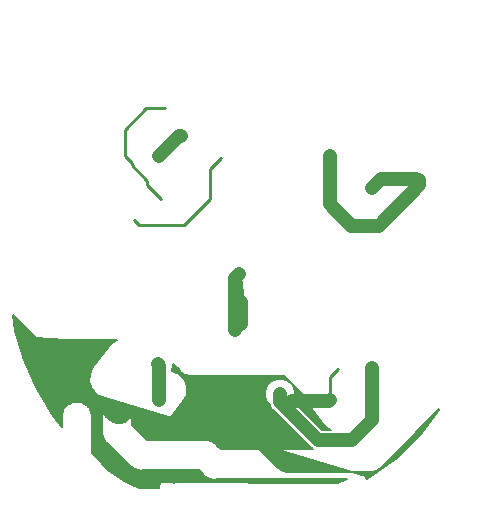
<source format=gbr>
From 718e6158a58ea41c4ef0ceec2871afac6fb21490 Mon Sep 17 00:00:00 2001
From: jaseg <git@jaseg.net>
Date: Sat, 2 Feb 2019 13:25:40 +0900
Subject: center: fix tape footprint polarity, vcc short, silk

---
 center/gerber/center-B.Cu.gbr | 2197 +++++++++++++++++++++--------------------
 1 file changed, 1118 insertions(+), 1079 deletions(-)

(limited to 'center/gerber/center-B.Cu.gbr')

diff --git a/center/gerber/center-B.Cu.gbr b/center/gerber/center-B.Cu.gbr
index ea18447..acb4690 100644
--- a/center/gerber/center-B.Cu.gbr
+++ b/center/gerber/center-B.Cu.gbr
@@ -1,12 +1,12 @@
 G04 #@! TF.GenerationSoftware,KiCad,Pcbnew,(5.0.1)*
-G04 #@! TF.CreationDate,2018-11-27T10:01:39+09:00*
+G04 #@! TF.CreationDate,2019-02-02T12:52:51+09:00*
 G04 #@! TF.ProjectId,center,63656E7465722E6B696361645F706362,rev?*
 G04 #@! TF.SameCoordinates,Original*
 G04 #@! TF.FileFunction,Copper,L2,Bot,Signal*
 G04 #@! TF.FilePolarity,Positive*
 %FSLAX46Y46*%
 G04 Gerber Fmt 4.6, Leading zero omitted, Abs format (unit mm)*
-G04 Created by KiCad (PCBNEW (5.0.1)) date Tue Nov 27 10:01:39 2018*
+G04 Created by KiCad (PCBNEW (5.0.1)) date Sat Feb  2 12:52:51 2019*
 %MOMM*%
 %LPD*%
 G01*
@@ -48,86 +48,89 @@ G04 #@! TA.AperFunction,Conductor*
 %ADD21C,1.200000*%
 G04 #@! TD*
 G04 #@! TA.AperFunction,Conductor*
-%ADD22C,0.150000*%
+%ADD22C,0.250000*%
+G04 #@! TD*
+G04 #@! TA.AperFunction,Conductor*
+%ADD23C,0.150000*%
 G04 #@! TD*
 G04 APERTURE END LIST*
 D10*
 G04 #@! TO.P,J1,2*
-G04 #@! TO.N,/Q2*
+G04 #@! TO.N,Net-(D1-Pad2)*
 X110796930Y-92354084D03*
 D11*
 G04 #@! TD*
-G04 #@! TO.N,/Q2*
+G04 #@! TO.N,Net-(D1-Pad2)*
 G04 #@! TO.C,J1*
 X111458927Y-91475585D02*
 X110134933Y-93232583D01*
 D10*
 G04 #@! TO.P,J1,1*
-G04 #@! TO.N,Net-(D1-Pad2)*
+G04 #@! TO.N,/Q2*
 X107203070Y-89645916D03*
 D11*
 G04 #@! TD*
-G04 #@! TO.N,Net-(D1-Pad2)*
+G04 #@! TO.N,/Q2*
 G04 #@! TO.C,J1*
 X107865067Y-88767417D02*
 X106541073Y-90524415D01*
 D10*
 G04 #@! TO.P,J2,1*
-G04 #@! TO.N,Net-(D2-Pad2)*
+G04 #@! TO.N,/Q0*
 X89203070Y-92354084D03*
 D11*
 G04 #@! TD*
-G04 #@! TO.N,Net-(D2-Pad2)*
+G04 #@! TO.N,/Q0*
 G04 #@! TO.C,J2*
 X88541073Y-91475585D02*
 X89865067Y-93232583D01*
 D10*
 G04 #@! TO.P,J2,2*
-G04 #@! TO.N,/Q0*
+G04 #@! TO.N,Net-(D2-Pad2)*
 X92796930Y-89645916D03*
 D11*
 G04 #@! TD*
-G04 #@! TO.N,/Q0*
+G04 #@! TO.N,Net-(D2-Pad2)*
 G04 #@! TO.C,J2*
 X92134933Y-88767417D02*
 X93458927Y-90524415D01*
 D10*
 G04 #@! TO.P,J3,2*
-G04 #@! TO.N,/Q3*
+G04 #@! TO.N,Net-(D1-Pad2)*
 X89203070Y-107645916D03*
 D11*
 G04 #@! TD*
-G04 #@! TO.N,/Q3*
+G04 #@! TO.N,Net-(D1-Pad2)*
 G04 #@! TO.C,J3*
 X88541073Y-108524415D02*
 X89865067Y-106767417D01*
 D10*
 G04 #@! TO.P,J3,1*
-G04 #@! TO.N,Net-(D1-Pad2)*
+G04 #@! TO.N,/Q3*
 X92796930Y-110354084D03*
 D11*
 G04 #@! TD*
-G04 #@! TO.N,Net-(D1-Pad2)*
+G04 #@! TO.N,/Q3*
 G04 #@! TO.C,J3*
 X92134933Y-111232583D02*
 X93458927Y-109475585D01*
 D10*
 G04 #@! TO.P,J4,2*
-G04 #@! TO.N,/Q1*
+G04 #@! TO.N,Net-(D2-Pad2)*
 X107203070Y-110354084D03*
 D11*
 G04 #@! TD*
-G04 #@! TO.N,/Q1*
+G04 #@! TO.N,Net-(D2-Pad2)*
 G04 #@! TO.C,J4*
 X107865067Y-111232583D02*
 X106541073Y-109475585D01*
 D10*
 G04 #@! TO.P,J4,1*
-G04 #@! TO.N,Net-(D2-Pad2)*
+G04 #@! TO.N,/Q1*
 X110796930Y-107645916D03*
 D11*
 G04 #@! TD*
-G04 #@! TO.N,Net-(D2-Pad2)*
+G04 #@! TO.N,/Q1*
 G04 #@! TO.C,J4*
 X111458927Y-108524415D02*
 X110134933Y-106767417D01*
@@ -209,53 +212,83 @@ X117908990Y-86370323D03*
 X112820660Y-81503225D03*
 X106477354Y-78446720D03*
 X99500000Y-77500000D03*
-G04 #@! TO.N,GND*
-X95175000Y-104575000D03*
+X85799992Y-111750008D03*
 D16*
+G04 #@! TO.N,GND*
 X98900000Y-95900000D03*
 X105250000Y-92400000D03*
-X98200000Y-82050000D03*
+X99000000Y-82700000D03*
 X84903097Y-101658975D03*
-X97350000Y-104950000D03*
-X100850000Y-100950000D03*
 X100800000Y-97950000D03*
 X106750000Y-99400000D03*
 X103800000Y-83250000D03*
 D17*
 X106250000Y-84500000D03*
-X113550000Y-105600000D03*
+X114900000Y-107700000D03*
 X97150000Y-111700000D03*
-X89525000Y-113839991D03*
-X112350000Y-101000000D03*
+X112000000Y-100300000D03*
 D18*
 X117300000Y-101050000D03*
 X117000000Y-102400000D03*
 D16*
-X94150000Y-82400000D03*
+X94800000Y-82700000D03*
+D17*
+X85775634Y-92775634D03*
+X94800000Y-112700000D03*
+X96400000Y-109500000D03*
+X96800000Y-104700000D03*
+D16*
+X108200000Y-105500000D03*
+D18*
+X93000000Y-93000000D03*
+X95900000Y-95900000D03*
+X93400000Y-96300000D03*
+X92400000Y-96300000D03*
+X101500000Y-93200000D03*
+X101600000Y-95300000D03*
+X92400000Y-98850000D03*
+X109300000Y-90500000D03*
+X109300000Y-86500000D03*
+X113600000Y-108500000D03*
+X109200000Y-109400000D03*
+X101100000Y-109800000D03*
+X106700000Y-117700000D03*
+X97900000Y-119100000D03*
+X96200000Y-118800000D03*
+X90600000Y-90600000D03*
+X91200000Y-85500000D03*
+X92200000Y-86500000D03*
+X100000000Y-81950000D03*
+X101600000Y-84700000D03*
+X98000000Y-87500000D03*
+X93500000Y-84200000D03*
+D16*
+X101354480Y-100500010D03*
 G04 #@! TO.N,+3V3*
 X99200000Y-104400000D03*
-X99500000Y-99675000D03*
+X99750000Y-102000000D03*
+D17*
 G04 #@! TO.N,Net-(D1-Pad2)*
 X111750000Y-86139998D03*
 G04 #@! TO.N,Net-(D2-Pad2)*
 X87950000Y-86191024D03*
 D18*
-X108475000Y-105450000D03*
+X107900000Y-107700000D03*
 G04 #@! TO.N,/Vmeas_A*
-X93300000Y-85600000D03*
-X92950000Y-93300000D03*
+X90683142Y-95080201D03*
+X97975075Y-89849978D03*
 G04 #@! TO.N,/Vmeas_B*
 X101500000Y-104900000D03*
-X101200000Y-103200000D03*
+X101450021Y-103200000D03*
 D17*
 G04 #@! TO.N,/Q2*
-X114500000Y-91600000D03*
+X114800000Y-91700000D03*
 G04 #@! TO.N,/Q0*
-X94600000Y-88000000D03*
+X94500000Y-87400000D03*
 G04 #@! TO.N,/Q3*
-X89350000Y-110950000D03*
+X92694365Y-107305635D03*
 G04 #@! TO.N,/Q1*
-X104024660Y-110386712D03*
+X103000000Y-109800000D03*
 D18*
 G04 #@! TO.N,/CH1*
 X101225000Y-102100000D03*
@@ -277,205 +310,184 @@ X98900000Y-96050000D02*
 X100800000Y-97950000D01*
 D21*
 G04 #@! TO.N,+3V3*
-X99200000Y-99975000D02*
-X99500000Y-99675000D01*
+X99750000Y-103850000D02*
+X99750000Y-102000000D01*
 X99200000Y-104400000D02*
-X99200000Y-99975000D01*
+X99750000Y-103850000D01*
 D19*
 G04 #@! TO.N,Net-(D1-Pad2)*
-X110708988Y-86139998D02*
-X107203070Y-89645916D01*
-X111750000Y-86139998D02*
-X110708988Y-86139998D01*
-X119000000Y-92250000D02*
+X112889998Y-86139998D02*
+X111750000Y-86139998D01*
+X114751014Y-88400000D02*
+X110796930Y-92354084D01*
+X115150000Y-88400000D02*
+X114751014Y-88400000D01*
+X115150000Y-88400000D02*
 X112889998Y-86139998D01*
+X119000000Y-92250000D02*
+X115150000Y-88400000D01*
 X119000000Y-106800000D02*
 X119000000Y-92250000D01*
-X94649919Y-110354084D02*
-X95504004Y-109499999D01*
-X92796930Y-110354084D02*
-X94649919Y-110354084D01*
-X95504004Y-109499999D02*
-X98074999Y-109499999D01*
-X110650000Y-115150000D02*
+X110024755Y-115775245D02*
 X119000000Y-106800000D01*
-X98074999Y-109499999D02*
-X103725000Y-115150000D01*
-X112889998Y-86139998D02*
-X111750000Y-86139998D01*
-X103725000Y-115150000D02*
-X110650000Y-115150000D01*
+X89203070Y-113003070D02*
+X91200000Y-115000000D01*
+X91200000Y-115000000D02*
+X96700000Y-115000000D01*
+X96700000Y-115000000D02*
+X97500000Y-115800000D01*
+X97524755Y-115775245D02*
+X110024755Y-115775245D01*
+X97500000Y-115800000D02*
+X97524755Y-115775245D01*
+X89203070Y-107645916D02*
+X89203070Y-113003070D01*
 G04 #@! TO.N,Net-(D2-Pad2)*
-X87950000Y-91101014D02*
-X89203070Y-92354084D01*
+X89351014Y-86200000D02*
+X92796930Y-89645916D01*
+X89300000Y-86200000D02*
+X89351014Y-86200000D01*
+D22*
+X107203070Y-108396930D02*
+X107203070Y-110354084D01*
+X107900000Y-107700000D02*
+X107203070Y-108396930D01*
+D19*
+X89342038Y-86191024D02*
+X87950000Y-86191024D01*
+X89451014Y-86300000D02*
+X89342038Y-86191024D01*
+X89139998Y-86300000D02*
+X89451014Y-86300000D01*
+X107203070Y-110354084D02*
+X103848986Y-107000000D01*
+X95500000Y-107000000D02*
+X92450000Y-103950000D01*
+X80649999Y-94789999D02*
+X89139998Y-86300000D01*
+X92450000Y-103950000D02*
+X83000000Y-103950000D01*
+X103848986Y-107000000D02*
+X95500000Y-107000000D01*
+X83000000Y-103950000D02*
+X80649999Y-101599999D01*
 X80649999Y-101599999D02*
 X80649999Y-94789999D01*
-X83219326Y-104169326D02*
-X80649999Y-101599999D01*
-X86539998Y-88900000D02*
-X87950000Y-88900000D01*
-X91419326Y-104169326D02*
-X83219326Y-104169326D01*
-X94050000Y-106800000D02*
-X91419326Y-104169326D01*
-X87950000Y-88900000D02*
-X87950000Y-91101014D01*
-X80649999Y-94789999D02*
-X86539998Y-88900000D01*
-X87950000Y-86191024D02*
-X87950000Y-88900000D01*
-X104550000Y-105000000D02*
-X102750000Y-106800000D01*
-X108151014Y-105000000D02*
-X104550000Y-105000000D01*
-X102750000Y-106800000D02*
-X94050000Y-106800000D01*
-X110796930Y-107645916D02*
-X109000000Y-105848986D01*
-X109000000Y-105848986D02*
-X108151014Y-105000000D01*
-D20*
-X108998987Y-105849999D02*
-X108874999Y-105849999D01*
-X108874999Y-105849999D02*
-X108475000Y-105450000D01*
-X109000000Y-105848986D02*
-X108998987Y-105849999D01*
+D22*
 G04 #@! TO.N,/Vmeas_A*
-X89850000Y-89650000D02*
-X90450000Y-90250000D01*
-X89850000Y-87450000D02*
-X89850000Y-89650000D01*
-X91750000Y-91750000D02*
-X91750000Y-92100000D01*
-X90450000Y-90450000D02*
-X91750000Y-91750000D01*
-X93300000Y-85600000D02*
-X91700000Y-85600000D01*
-X90450000Y-90250000D02*
-X90450000Y-90450000D01*
-X91700000Y-85600000D02*
-X89850000Y-87450000D01*
-X91750000Y-92100000D02*
-X92950000Y-93300000D01*
+X97100000Y-90725053D02*
+X97975075Y-89849978D01*
+X97100000Y-93265685D02*
+X97100000Y-90725053D01*
+X94885485Y-95480200D02*
+X97100000Y-93265685D01*
+X90683142Y-95080201D02*
+X91083141Y-95480200D01*
+X91083141Y-95480200D02*
+X94885485Y-95480200D01*
+D20*
 G04 #@! TO.N,/Vmeas_B*
+X101500000Y-103249979D02*
+X101450021Y-103200000D01*
 X101500000Y-104900000D02*
-X101500000Y-103500000D01*
-X101500000Y-103500000D02*
-X101200000Y-103200000D01*
+X101500000Y-103249979D01*
 D21*
 G04 #@! TO.N,/Q2*
-X111551014Y-91600000D02*
-X110796930Y-92354084D01*
-X114500000Y-91600000D02*
-X111551014Y-91600000D01*
+X107203070Y-93753070D02*
+X107203070Y-91851988D01*
+X107203070Y-91851988D02*
+X107203070Y-89645916D01*
+X109050000Y-95600000D02*
+X107203070Y-93753070D01*
+X111350000Y-95600000D02*
+X109050000Y-95600000D01*
+X114800000Y-91700000D02*
+X114800000Y-92150000D01*
+X114800000Y-92150000D02*
+X111350000Y-95600000D01*
 G04 #@! TO.N,/Q0*
-X94442846Y-88000000D02*
-X92796930Y-89645916D01*
-X94600000Y-88000000D02*
-X94442846Y-88000000D01*
-D19*
+X94299999Y-94500001D02*
+X91799999Y-94500001D01*
+X96100000Y-92700000D02*
+X94299999Y-94500001D01*
+X91799999Y-94500001D02*
+X90701375Y-93401377D01*
+X94500000Y-87400000D02*
+X96100000Y-89000000D01*
+X96100000Y-89000000D02*
+X96100000Y-92700000D01*
 G04 #@! TO.N,/Q3*
-X89203070Y-110803070D02*
-X89350000Y-110950000D01*
-X89203070Y-107645916D02*
-X89203070Y-110803070D01*
-D21*
+X92796930Y-110354084D02*
+X92796930Y-107408200D01*
+X92796930Y-107408200D02*
+X92694365Y-107305635D01*
 G04 #@! TO.N,/Q1*
-X107170442Y-110386712D02*
-X107203070Y-110354084D01*
-X104024660Y-110386712D02*
-X107170442Y-110386712D01*
+X103000000Y-110500000D02*
+X103000000Y-109800000D01*
+X106200000Y-113700000D02*
+X103000000Y-110500000D01*
+X109100000Y-113700000D02*
+X106200000Y-113700000D01*
+X110796930Y-107645916D02*
+X110796930Y-112003070D01*
+X110796930Y-112003070D02*
+X109100000Y-113700000D01*
 D20*
 G04 #@! TO.N,/CH1*
-X101225000Y-102100000D02*
-X100450000Y-102875000D01*
-X100450000Y-102875000D02*
+X100700011Y-104624989D02*
 X100450000Y-104875000D01*
+X100700011Y-102624989D02*
+X100700011Y-104624989D01*
+X101225000Y-102100000D02*
+X100700011Y-102624989D01*
 G04 #@! TD*
-D22*
+D23*
 G04 #@! TO.N,GND*
 G36*
-X82228971Y-104982093D02*
-X82300103Y-105088549D01*
-X82721846Y-105370349D01*
-X83093753Y-105444326D01*
-X83093757Y-105444326D01*
-X83219325Y-105469303D01*
-X83344893Y-105444326D01*
-X88832004Y-105444326D01*
+X82009645Y-104762767D02*
+X82080777Y-104869223D01*
+X82502520Y-105151023D01*
+X82874427Y-105225000D01*
+X82874431Y-105225000D01*
+X82999999Y-105249977D01*
+X83125567Y-105225000D01*
+X89201353Y-105225000D01*
+X88998286Y-105295914D01*
 X88626635Y-105627625D01*
 X87104077Y-107648127D01*
 X86887657Y-108096813D01*
 X86849878Y-108762096D01*
 X87069570Y-109391195D01*
 X87513284Y-109888336D01*
-X87928071Y-110088405D01*
-X87928071Y-110677498D01*
-X87903093Y-110803070D01*
-X88002048Y-111300550D01*
-X88188373Y-111579404D01*
-X88283848Y-111722293D01*
-X88390297Y-111793420D01*
-X88627770Y-112030893D01*
-X88746070Y-112079894D01*
-X88852520Y-112151022D01*
-X88978088Y-112175999D01*
-X89096387Y-112225000D01*
-X89224431Y-112225000D01*
-X89349999Y-112249977D01*
-X89475567Y-112225000D01*
-X89603613Y-112225000D01*
-X89721913Y-112175999D01*
-X89847479Y-112151022D01*
-X89953927Y-112079895D01*
-X90072230Y-112030893D01*
-X90162776Y-111940347D01*
-X90269222Y-111869222D01*
-X90340347Y-111762776D01*
-X90430893Y-111672230D01*
-X90476130Y-111563019D01*
-X90663430Y-112099363D01*
-X91107144Y-112596504D01*
-X91707331Y-112885999D01*
-X92372614Y-112923778D01*
-X93001713Y-112704086D01*
-X93373364Y-112372376D01*
-X93933475Y-111629084D01*
-X94524351Y-111629084D01*
-X94649919Y-111654061D01*
-X94775487Y-111629084D01*
-X94775492Y-111629084D01*
-X95147399Y-111555107D01*
-X95569142Y-111273307D01*
-X95640275Y-111166849D01*
-X96032126Y-110774999D01*
-X97546878Y-110774999D01*
-X102734646Y-115962768D01*
-X102805777Y-116069223D01*
-X103227520Y-116351023D01*
-X103599427Y-116425000D01*
-X103599431Y-116425000D01*
-X103724999Y-116449977D01*
-X103850567Y-116425000D01*
-X110524432Y-116425000D01*
-X110650000Y-116449977D01*
-X110775568Y-116425000D01*
-X110775573Y-116425000D01*
-X111147480Y-116351023D01*
-X111569223Y-116069223D01*
-X111640356Y-115962765D01*
-X116508949Y-111094173D01*
-X116438088Y-111207550D01*
-X114943198Y-113200736D01*
-X112951356Y-115192578D01*
-X111208290Y-116437625D01*
-X110347485Y-116975628D01*
-X110327940Y-116902686D01*
-X110279553Y-116804566D01*
-X110197301Y-116732433D01*
-X110093705Y-116697267D01*
-X109984538Y-116704422D01*
+X87928070Y-110088405D01*
+X87928071Y-112877497D01*
+X87903093Y-113003070D01*
+X88002048Y-113500550D01*
+X88201840Y-113799559D01*
+X88283848Y-113922293D01*
+X88390303Y-113993424D01*
+X90209645Y-115812767D01*
+X90280777Y-115919223D01*
+X90702520Y-116201023D01*
+X91074427Y-116275000D01*
+X91074431Y-116275000D01*
+X91199999Y-116299977D01*
+X91325567Y-116275000D01*
+X93773802Y-116275000D01*
+X93424904Y-116403320D01*
+X93198714Y-116576883D01*
+X93128024Y-116775556D01*
+X94065575Y-117316851D01*
+X94606870Y-116379300D01*
+X94484378Y-116275000D01*
+X96171879Y-116275000D01*
+X96509645Y-116612766D01*
+X96580777Y-116719223D01*
+X96743719Y-116828097D01*
+X97002520Y-117001023D01*
+X97500000Y-117099977D01*
+X97750022Y-117050245D01*
+X108693909Y-117050245D01*
 X108052686Y-117222060D01*
 X107954566Y-117270447D01*
 X107882433Y-117352699D01*
@@ -538,116 +550,90 @@ X92816313Y-117239220D01*
 X92795093Y-117765911D01*
 X91066250Y-117765911D01*
 X89787669Y-117184738D01*
-X89214815Y-116775556D01*
-X93128024Y-116775556D01*
-X94065575Y-117316851D01*
-X94606870Y-116379300D01*
-X94446314Y-116242589D01*
-X93919623Y-116221369D01*
-X93424904Y-116403320D01*
-X93198714Y-116576883D01*
-X93128024Y-116775556D01*
-X89214815Y-116775556D01*
 X88563337Y-116310215D01*
 X87074992Y-114821871D01*
-X87074992Y-111624436D01*
+X87074992Y-111496395D01*
+X87025993Y-111378100D01*
 X87001015Y-111252528D01*
+X86929885Y-111146074D01*
+X86880885Y-111027778D01*
+X86790344Y-110937237D01*
 X86719215Y-110830785D01*
+X86612763Y-110759656D01*
+X86522222Y-110669115D01*
+X86403926Y-110620115D01*
 X86297472Y-110548985D01*
+X86171900Y-110524007D01*
+X86053605Y-110475008D01*
+X85925565Y-110475008D01*
 X85799992Y-110450030D01*
+X85674419Y-110475008D01*
+X85546379Y-110475008D01*
+X85428084Y-110524007D01*
 X85302513Y-110548985D01*
+X85196061Y-110620114D01*
+X85077762Y-110669115D01*
+X84987219Y-110759658D01*
 X84880770Y-110830785D01*
+X84809642Y-110937235D01*
+X84719099Y-111027778D01*
+X84670099Y-111146075D01*
 X84598969Y-111252528D01*
-X84524992Y-111624435D01*
+X84573991Y-111378101D01*
+X84524992Y-111496395D01*
 X84524992Y-112598682D01*
 X83811717Y-111707088D01*
 X82316673Y-109215347D01*
 X81320469Y-106973890D01*
 X80573451Y-104483830D01*
 X80380575Y-103133696D01*
-X82228971Y-104982093D01*
-X82228971Y-104982093D01*
+X82009645Y-104762767D01*
+X82009645Y-104762767D01*
 G37*
-X82228971Y-104982093D02*
-X82300103Y-105088549D01*
-X82721846Y-105370349D01*
-X83093753Y-105444326D01*
-X83093757Y-105444326D01*
-X83219325Y-105469303D01*
-X83344893Y-105444326D01*
-X88832004Y-105444326D01*
+X82009645Y-104762767D02*
+X82080777Y-104869223D01*
+X82502520Y-105151023D01*
+X82874427Y-105225000D01*
+X82874431Y-105225000D01*
+X82999999Y-105249977D01*
+X83125567Y-105225000D01*
+X89201353Y-105225000D01*
+X88998286Y-105295914D01*
 X88626635Y-105627625D01*
 X87104077Y-107648127D01*
 X86887657Y-108096813D01*
 X86849878Y-108762096D01*
 X87069570Y-109391195D01*
 X87513284Y-109888336D01*
-X87928071Y-110088405D01*
-X87928071Y-110677498D01*
-X87903093Y-110803070D01*
-X88002048Y-111300550D01*
-X88188373Y-111579404D01*
-X88283848Y-111722293D01*
-X88390297Y-111793420D01*
-X88627770Y-112030893D01*
-X88746070Y-112079894D01*
-X88852520Y-112151022D01*
-X88978088Y-112175999D01*
-X89096387Y-112225000D01*
-X89224431Y-112225000D01*
-X89349999Y-112249977D01*
-X89475567Y-112225000D01*
-X89603613Y-112225000D01*
-X89721913Y-112175999D01*
-X89847479Y-112151022D01*
-X89953927Y-112079895D01*
-X90072230Y-112030893D01*
-X90162776Y-111940347D01*
-X90269222Y-111869222D01*
-X90340347Y-111762776D01*
-X90430893Y-111672230D01*
-X90476130Y-111563019D01*
-X90663430Y-112099363D01*
-X91107144Y-112596504D01*
-X91707331Y-112885999D01*
-X92372614Y-112923778D01*
-X93001713Y-112704086D01*
-X93373364Y-112372376D01*
-X93933475Y-111629084D01*
-X94524351Y-111629084D01*
-X94649919Y-111654061D01*
-X94775487Y-111629084D01*
-X94775492Y-111629084D01*
-X95147399Y-111555107D01*
-X95569142Y-111273307D01*
-X95640275Y-111166849D01*
-X96032126Y-110774999D01*
-X97546878Y-110774999D01*
-X102734646Y-115962768D01*
-X102805777Y-116069223D01*
-X103227520Y-116351023D01*
-X103599427Y-116425000D01*
-X103599431Y-116425000D01*
-X103724999Y-116449977D01*
-X103850567Y-116425000D01*
-X110524432Y-116425000D01*
-X110650000Y-116449977D01*
-X110775568Y-116425000D01*
-X110775573Y-116425000D01*
-X111147480Y-116351023D01*
-X111569223Y-116069223D01*
-X111640356Y-115962765D01*
-X116508949Y-111094173D01*
-X116438088Y-111207550D01*
-X114943198Y-113200736D01*
-X112951356Y-115192578D01*
-X111208290Y-116437625D01*
-X110347485Y-116975628D01*
-X110327940Y-116902686D01*
-X110279553Y-116804566D01*
-X110197301Y-116732433D01*
-X110093705Y-116697267D01*
-X109984538Y-116704422D01*
+X87928070Y-110088405D01*
+X87928071Y-112877497D01*
+X87903093Y-113003070D01*
+X88002048Y-113500550D01*
+X88201840Y-113799559D01*
+X88283848Y-113922293D01*
+X88390303Y-113993424D01*
+X90209645Y-115812767D01*
+X90280777Y-115919223D01*
+X90702520Y-116201023D01*
+X91074427Y-116275000D01*
+X91074431Y-116275000D01*
+X91199999Y-116299977D01*
+X91325567Y-116275000D01*
+X93773802Y-116275000D01*
+X93424904Y-116403320D01*
+X93198714Y-116576883D01*
+X93128024Y-116775556D01*
+X94065575Y-117316851D01*
+X94606870Y-116379300D01*
+X94484378Y-116275000D01*
+X96171879Y-116275000D01*
+X96509645Y-116612766D01*
+X96580777Y-116719223D01*
+X96743719Y-116828097D01*
+X97002520Y-117001023D01*
+X97500000Y-117099977D01*
+X97750022Y-117050245D01*
+X108693909Y-117050245D01*
 X108052686Y-117222060D01*
 X107954566Y-117270447D01*
 X107882433Y-117352699D01*
@@ -710,34 +696,169 @@ X92816313Y-117239220D01*
 X92795093Y-117765911D01*
 X91066250Y-117765911D01*
 X89787669Y-117184738D01*
-X89214815Y-116775556D01*
-X93128024Y-116775556D01*
-X94065575Y-117316851D01*
-X94606870Y-116379300D01*
-X94446314Y-116242589D01*
-X93919623Y-116221369D01*
-X93424904Y-116403320D01*
-X93198714Y-116576883D01*
-X93128024Y-116775556D01*
-X89214815Y-116775556D01*
 X88563337Y-116310215D01*
 X87074992Y-114821871D01*
-X87074992Y-111624436D01*
+X87074992Y-111496395D01*
+X87025993Y-111378100D01*
 X87001015Y-111252528D01*
+X86929885Y-111146074D01*
+X86880885Y-111027778D01*
+X86790344Y-110937237D01*
 X86719215Y-110830785D01*
+X86612763Y-110759656D01*
+X86522222Y-110669115D01*
+X86403926Y-110620115D01*
 X86297472Y-110548985D01*
+X86171900Y-110524007D01*
+X86053605Y-110475008D01*
+X85925565Y-110475008D01*
 X85799992Y-110450030D01*
+X85674419Y-110475008D01*
+X85546379Y-110475008D01*
+X85428084Y-110524007D01*
 X85302513Y-110548985D01*
+X85196061Y-110620114D01*
+X85077762Y-110669115D01*
+X84987219Y-110759658D01*
 X84880770Y-110830785D01*
+X84809642Y-110937235D01*
+X84719099Y-111027778D01*
+X84670099Y-111146075D01*
 X84598969Y-111252528D01*
-X84524992Y-111624435D01*
+X84573991Y-111378101D01*
+X84524992Y-111496395D01*
 X84524992Y-112598682D01*
 X83811717Y-111707088D01*
 X82316673Y-109215347D01*
 X81320469Y-106973890D01*
 X80573451Y-104483830D01*
 X80380575Y-103133696D01*
-X82228971Y-104982093D01*
+X82009645Y-104762767D01*
+G36*
+X94509645Y-107812767D02*
+X94580777Y-107919223D01*
+X95002520Y-108201023D01*
+X95374427Y-108275000D01*
+X95374431Y-108275000D01*
+X95499999Y-108299977D01*
+X95625567Y-108275000D01*
+X103320865Y-108275000D01*
+X104883961Y-109838096D01*
+X104887657Y-109903187D01*
+X105104077Y-110351873D01*
+X106626635Y-112372375D01*
+X106998286Y-112704086D01*
+X107344531Y-112825000D01*
+X106562436Y-112825000D01*
+X104133254Y-110395818D01*
+X104275000Y-110053613D01*
+X104275000Y-109546387D01*
+X104080893Y-109077770D01*
+X103722230Y-108719107D01*
+X103253613Y-108525000D01*
+X102746387Y-108525000D01*
+X102277770Y-108719107D01*
+X101919107Y-109077770D01*
+X101725000Y-109546387D01*
+X101725000Y-110053613D01*
+X101919107Y-110522230D01*
+X102160245Y-110763368D01*
+X102175768Y-110841407D01*
+X102369160Y-111130840D01*
+X102442223Y-111179659D01*
+X105520341Y-114257777D01*
+X105569160Y-114330840D01*
+X105822693Y-114500245D01*
+X98003366Y-114500245D01*
+X97690356Y-114187235D01*
+X97619223Y-114080777D01*
+X97197480Y-113798977D01*
+X96825573Y-113725000D01*
+X96825568Y-113725000D01*
+X96700000Y-113700023D01*
+X96574432Y-113725000D01*
+X91728122Y-113725000D01*
+X90478070Y-112474949D01*
+X90478070Y-111568575D01*
+X90663430Y-112099363D01*
+X91107144Y-112596504D01*
+X91707331Y-112885999D01*
+X92372614Y-112923778D01*
+X93001713Y-112704086D01*
+X93373364Y-112372376D01*
+X94895923Y-110351874D01*
+X95112343Y-109903189D01*
+X95150122Y-109237905D01*
+X94930430Y-108608805D01*
+X94486715Y-108111665D01*
+X93886529Y-107822169D01*
+X93861059Y-107820723D01*
+X93969365Y-107559248D01*
+X93969365Y-107272487D01*
+X94509645Y-107812767D01*
+X94509645Y-107812767D01*
+G37*
+X94509645Y-107812767D02*
+X94580777Y-107919223D01*
+X95002520Y-108201023D01*
+X95374427Y-108275000D01*
+X95374431Y-108275000D01*
+X95499999Y-108299977D01*
+X95625567Y-108275000D01*
+X103320865Y-108275000D01*
+X104883961Y-109838096D01*
+X104887657Y-109903187D01*
+X105104077Y-110351873D01*
+X106626635Y-112372375D01*
+X106998286Y-112704086D01*
+X107344531Y-112825000D01*
+X106562436Y-112825000D01*
+X104133254Y-110395818D01*
+X104275000Y-110053613D01*
+X104275000Y-109546387D01*
+X104080893Y-109077770D01*
+X103722230Y-108719107D01*
+X103253613Y-108525000D01*
+X102746387Y-108525000D01*
+X102277770Y-108719107D01*
+X101919107Y-109077770D01*
+X101725000Y-109546387D01*
+X101725000Y-110053613D01*
+X101919107Y-110522230D01*
+X102160245Y-110763368D01*
+X102175768Y-110841407D01*
+X102369160Y-111130840D01*
+X102442223Y-111179659D01*
+X105520341Y-114257777D01*
+X105569160Y-114330840D01*
+X105822693Y-114500245D01*
+X98003366Y-114500245D01*
+X97690356Y-114187235D01*
+X97619223Y-114080777D01*
+X97197480Y-113798977D01*
+X96825573Y-113725000D01*
+X96825568Y-113725000D01*
+X96700000Y-113700023D01*
+X96574432Y-113725000D01*
+X91728122Y-113725000D01*
+X90478070Y-112474949D01*
+X90478070Y-111568575D01*
+X90663430Y-112099363D01*
+X91107144Y-112596504D01*
+X91707331Y-112885999D01*
+X92372614Y-112923778D01*
+X93001713Y-112704086D01*
+X93373364Y-112372376D01*
+X94895923Y-110351874D01*
+X95112343Y-109903189D01*
+X95150122Y-109237905D01*
+X94930430Y-108608805D01*
+X94486715Y-108111665D01*
+X93886529Y-107822169D01*
+X93861059Y-107820723D01*
+X93969365Y-107559248D01*
+X93969365Y-107272487D01*
+X94509645Y-107812767D01*
 G36*
 X102987321Y-80323950D02*
 X105479346Y-80822355D01*
@@ -747,14 +868,53 @@ X110957712Y-83312217D01*
 X112202160Y-84307775D01*
 X112835712Y-84850819D01*
 X112764430Y-84864998D01*
-X110834557Y-84864998D01*
-X110708988Y-84840021D01*
-X110583419Y-84864998D01*
-X110583415Y-84864998D01*
-X110211508Y-84938975D01*
-X109789765Y-85220775D01*
-X109718634Y-85327230D01*
-X107951251Y-87094614D01*
+X111496387Y-84864998D01*
+X111378093Y-84913997D01*
+X111252520Y-84938975D01*
+X111146066Y-85010105D01*
+X111027770Y-85059105D01*
+X110937229Y-85149646D01*
+X110830777Y-85220775D01*
+X110759648Y-85327227D01*
+X110669107Y-85417768D01*
+X110620107Y-85536064D01*
+X110548977Y-85642518D01*
+X110523999Y-85768090D01*
+X110475000Y-85886385D01*
+X110475000Y-86014425D01*
+X110450022Y-86139998D01*
+X110475000Y-86265571D01*
+X110475000Y-86393611D01*
+X110523999Y-86511906D01*
+X110548977Y-86637478D01*
+X110620107Y-86743932D01*
+X110669107Y-86862228D01*
+X110759648Y-86952769D01*
+X110830777Y-87059221D01*
+X110937229Y-87130350D01*
+X111027770Y-87220891D01*
+X111146066Y-87269891D01*
+X111252520Y-87341021D01*
+X111378093Y-87365999D01*
+X111496387Y-87414998D01*
+X112361877Y-87414998D01*
+X113147385Y-88200507D01*
+X111545111Y-89802782D01*
+X111221245Y-89784391D01*
+X110592146Y-90004082D01*
+X110220495Y-90335793D01*
+X108697937Y-92356295D01*
+X108481517Y-92804981D01*
+X108443738Y-93470264D01*
+X108597229Y-93909793D01*
+X108078070Y-93390634D01*
+X108078070Y-91267998D01*
+X109302063Y-89643706D01*
+X109518483Y-89195021D01*
+X109556262Y-88529737D01*
+X109336570Y-87900637D01*
+X108892855Y-87403497D01*
+X108292669Y-87114001D01*
 X107627385Y-87076223D01*
 X106998286Y-87295914D01*
 X106626635Y-87627625D01*
@@ -764,84 +924,45 @@ X104849878Y-90762096D01*
 X105069570Y-91391195D01*
 X105513284Y-91888336D01*
 X106113471Y-92177831D01*
-X106778754Y-92215610D01*
-X107407853Y-91995918D01*
-X107779504Y-91664208D01*
-X109302063Y-89643706D01*
-X109518483Y-89195021D01*
-X109522179Y-89129928D01*
-X111237110Y-87414998D01*
-X112361877Y-87414998D01*
+X106328071Y-92190017D01*
+X106328070Y-93666892D01*
+X106310928Y-93753070D01*
+X106328070Y-93839248D01*
+X106378838Y-94094477D01*
+X106572230Y-94383910D01*
+X106645293Y-94432729D01*
+X108370341Y-96157777D01*
+X108419160Y-96230840D01*
+X108708592Y-96424232D01*
+X108963821Y-96475000D01*
+X109049999Y-96492142D01*
+X109136177Y-96475000D01*
+X111263822Y-96475000D01*
+X111350000Y-96492142D01*
+X111436178Y-96475000D01*
+X111436179Y-96475000D01*
+X111691408Y-96424232D01*
+X111980840Y-96230840D01*
+X112029659Y-96157777D01*
+X115324742Y-92862695D01*
+X115522230Y-92780893D01*
+X115880893Y-92422230D01*
+X116075000Y-91953613D01*
+X116075000Y-91446387D01*
+X115880893Y-90977770D01*
+X115522230Y-90619107D01*
+X115053613Y-90425000D01*
+X114546387Y-90425000D01*
+X114516937Y-90437198D01*
+X114950507Y-90003629D01*
 X117725001Y-92778123D01*
 X117725000Y-106271878D01*
-X110121879Y-113875000D01*
-X104253122Y-113875000D01*
-X100511221Y-110133099D01*
-X102749660Y-110133099D01*
-X102749660Y-110640325D01*
-X102943767Y-111108942D01*
-X103302430Y-111467605D01*
-X103771047Y-111661712D01*
-X104278273Y-111661712D01*
-X104746890Y-111467605D01*
-X104952783Y-111261712D01*
-X105789690Y-111261712D01*
-X106626635Y-112372375D01*
-X106998286Y-112704086D01*
-X107627385Y-112923777D01*
-X108292669Y-112885999D01*
-X108892855Y-112596503D01*
-X109336570Y-112099363D01*
-X109556262Y-111470263D01*
-X109518483Y-110804979D01*
-X109302063Y-110356294D01*
-X107779504Y-108335792D01*
-X107407853Y-108004082D01*
-X106778754Y-107784390D01*
-X106113471Y-107822169D01*
-X105513284Y-108111664D01*
-X105069570Y-108608805D01*
-X104849878Y-109237904D01*
-X104860167Y-109419096D01*
-X104746890Y-109305819D01*
-X104278273Y-109111712D01*
-X103771047Y-109111712D01*
-X103302430Y-109305819D01*
-X102943767Y-109664482D01*
-X102749660Y-110133099D01*
-X100511221Y-110133099D01*
-X99065355Y-108687234D01*
-X98994222Y-108580776D01*
-X98572479Y-108298976D01*
-X98200572Y-108224999D01*
-X98200567Y-108224999D01*
-X98074999Y-108200022D01*
-X97949431Y-108224999D01*
-X95629573Y-108224999D01*
-X95504004Y-108200022D01*
-X95378435Y-108224999D01*
-X95378431Y-108224999D01*
-X95006524Y-108298976D01*
-X94785631Y-108446572D01*
-X94486715Y-108111665D01*
-X94410701Y-108075000D01*
-X102624432Y-108075000D01*
-X102750000Y-108099977D01*
-X102875568Y-108075000D01*
-X102875573Y-108075000D01*
-X103247480Y-108001023D01*
-X103669223Y-107719223D01*
-X103740356Y-107612765D01*
-X105078122Y-106275000D01*
-X107622892Y-106275000D01*
-X108187232Y-106839341D01*
-X108187238Y-106839345D01*
-X108477821Y-107129928D01*
-X108481517Y-107195019D01*
-X108697937Y-107643705D01*
-X110220495Y-109664207D01*
-X110592146Y-109995918D01*
-X111221245Y-110215609D01*
+X111558258Y-112438621D01*
+X111621162Y-112344478D01*
+X111671930Y-112089249D01*
+X111689072Y-112003071D01*
+X111671930Y-111916893D01*
+X111671930Y-110190017D01*
 X111886529Y-110177831D01*
 X112486715Y-109888335D01*
 X112930430Y-109391195D01*
@@ -851,38 +972,93 @@ X112895923Y-107648126D01*
 X111373364Y-105627624D01*
 X111001713Y-105295914D01*
 X110372614Y-105076222D01*
-X110048748Y-105094613D01*
-X109990359Y-105036224D01*
-X109990355Y-105036218D01*
-X109141369Y-104187234D01*
-X109070237Y-104080777D01*
-X108648494Y-103798977D01*
-X108276587Y-103725000D01*
-X108276582Y-103725000D01*
-X108151014Y-103700023D01*
-X108025446Y-103725000D01*
-X104675567Y-103725000D01*
-X104549999Y-103700023D01*
-X104424431Y-103725000D01*
-X104424427Y-103725000D01*
-X104052520Y-103798977D01*
-X103630777Y-104080777D01*
-X103559646Y-104187232D01*
-X102221879Y-105525000D01*
-X101754976Y-105525000D01*
+X109707331Y-105114001D01*
+X109107144Y-105403496D01*
+X108663430Y-105900637D01*
+X108443738Y-106529736D01*
+X108481517Y-107195019D01*
+X108697937Y-107643705D01*
+X109921930Y-109267999D01*
+X109921931Y-111640633D01*
+X108737564Y-112825000D01*
+X108419133Y-112825000D01*
+X108892855Y-112596503D01*
+X109336570Y-112099363D01*
+X109556262Y-111470263D01*
+X109518483Y-110804979D01*
+X109302063Y-110356294D01*
+X107809049Y-108375000D01*
+X108034266Y-108375000D01*
+X108282357Y-108272237D01*
+X108472237Y-108082357D01*
+X108575000Y-107834266D01*
+X108575000Y-107565734D01*
+X108472237Y-107317643D01*
+X108282357Y-107127763D01*
+X108034266Y-107025000D01*
+X107765734Y-107025000D01*
+X107517643Y-107127763D01*
+X107327763Y-107317643D01*
+X107225000Y-107565734D01*
+X107225000Y-107809316D01*
+X107127973Y-107906343D01*
+X106778754Y-107784390D01*
+X106454889Y-107802781D01*
+X104839342Y-106187235D01*
+X104768209Y-106080777D01*
+X104346466Y-105798977D01*
+X103974559Y-105725000D01*
+X103974554Y-105725000D01*
+X103848986Y-105700023D01*
+X103723418Y-105725000D01*
+X96028122Y-105725000D01*
+X94703122Y-104400000D01*
+X98307858Y-104400000D01*
+X98325000Y-104486178D01*
+X98325000Y-104574048D01*
+X98358627Y-104655231D01*
+X98375769Y-104741408D01*
+X98424583Y-104814464D01*
+X98458211Y-104895648D01*
+X98520347Y-104957784D01*
+X98569161Y-105030839D01*
+X98642216Y-105079653D01*
+X98704352Y-105141789D01*
+X98785536Y-105175417D01*
+X98858592Y-105224231D01*
+X98944769Y-105241373D01*
+X99025952Y-105275000D01*
+X99113822Y-105275000D01*
+X99200000Y-105292142D01*
+X99286178Y-105275000D01*
+X99374048Y-105275000D01*
+X99455231Y-105241373D01*
+X99541408Y-105224231D01*
+X99614464Y-105175416D01*
+X99695648Y-105141789D01*
+X99790573Y-105046864D01*
+X99877763Y-105257357D01*
+X100067643Y-105447237D01*
+X100315734Y-105550000D01*
+X100584266Y-105550000D01*
+X100832357Y-105447237D01*
+X100962500Y-105317094D01*
+X101117643Y-105472237D01*
+X101365734Y-105575000D01*
+X101634266Y-105575000D01*
 X101882357Y-105472237D01*
 X102072237Y-105282357D01*
 X102175000Y-105034266D01*
 X102175000Y-104765734D01*
 X102072237Y-104517643D01*
 X101925000Y-104370406D01*
-X101925000Y-103541857D01*
-X101933326Y-103499999D01*
-X101900341Y-103334173D01*
-X101875000Y-103296248D01*
-X101875000Y-103065734D01*
-X101772237Y-102817643D01*
-X101617094Y-102662500D01*
+X101925000Y-103679615D01*
+X102022258Y-103582357D01*
+X102125021Y-103334266D01*
+X102125021Y-103065734D01*
+X102022258Y-102817643D01*
+X101832378Y-102627763D01*
+X101704712Y-102574882D01*
 X101797237Y-102482357D01*
 X101900000Y-102234266D01*
 X101900000Y-101965734D01*
@@ -892,85 +1068,56 @@ X101359266Y-101425000D01*
 X101090734Y-101425000D01*
 X100842643Y-101527763D01*
 X100652763Y-101717643D01*
-X100550000Y-101965734D01*
-X100550000Y-102173960D01*
-X100179081Y-102544879D01*
-X100143592Y-102568592D01*
-X100075000Y-102671248D01*
-X100075000Y-100337437D01*
-X100241789Y-100170648D01*
-X100275416Y-100089464D01*
-X100324231Y-100016408D01*
-X100341373Y-99930231D01*
-X100375000Y-99849048D01*
-X100375000Y-99761178D01*
-X100392142Y-99675001D01*
-X100375000Y-99588823D01*
-X100375000Y-99500952D01*
-X100341373Y-99419768D01*
-X100324231Y-99333592D01*
-X100275417Y-99260536D01*
-X100241789Y-99179352D01*
-X100179653Y-99117216D01*
-X100130839Y-99044161D01*
-X100057784Y-98995347D01*
-X99995648Y-98933211D01*
-X99914464Y-98899583D01*
-X99841408Y-98850769D01*
-X99755232Y-98833627D01*
-X99674048Y-98800000D01*
-X99586177Y-98800000D01*
-X99499999Y-98782858D01*
-X99413822Y-98800000D01*
-X99325952Y-98800000D01*
-X99244769Y-98833627D01*
-X99158592Y-98850769D01*
-X99085536Y-98899584D01*
-X99004352Y-98933211D01*
-X98758211Y-99179352D01*
-X98758210Y-99179354D01*
-X98642221Y-99295343D01*
-X98569161Y-99344160D01*
-X98520344Y-99417220D01*
-X98375769Y-99633592D01*
-X98307858Y-99975000D01*
-X98325001Y-100061183D01*
+X100616450Y-101805310D01*
+X100591374Y-101744772D01*
+X100574232Y-101658592D01*
+X100525415Y-101585532D01*
+X100491789Y-101504352D01*
+X100429657Y-101442220D01*
+X100380840Y-101369160D01*
+X100307780Y-101320343D01*
+X100245648Y-101258211D01*
+X100164468Y-101224585D01*
+X100091408Y-101175768D01*
+X100005228Y-101158626D01*
+X99924048Y-101125000D01*
+X99836179Y-101125000D01*
+X99750000Y-101107858D01*
+X99663821Y-101125000D01*
+X99575952Y-101125000D01*
+X99494771Y-101158626D01*
+X99408593Y-101175768D01*
+X99335534Y-101224584D01*
+X99254352Y-101258211D01*
+X99192218Y-101320345D01*
+X99119161Y-101369160D01*
+X99070346Y-101442217D01*
+X99008211Y-101504352D01*
+X98974584Y-101585536D01*
+X98925769Y-101658592D01*
+X98908628Y-101744768D01*
+X98875000Y-101825952D01*
+X98875000Y-102174048D01*
+X98875001Y-102174050D01*
+X98875000Y-103487564D01*
+X98704354Y-103658210D01*
+X98704352Y-103658211D01*
+X98458211Y-103904352D01*
+X98424584Y-103985536D01*
+X98375769Y-104058592D01*
+X98358627Y-104144769D01*
 X98325000Y-104225952D01*
-X98325000Y-104574048D01*
-X98358626Y-104655229D01*
-X98375768Y-104741407D01*
-X98424585Y-104814466D01*
-X98458211Y-104895648D01*
-X98520343Y-104957780D01*
-X98569160Y-105030840D01*
-X98642220Y-105079657D01*
-X98704352Y-105141789D01*
-X98785532Y-105175415D01*
-X98858592Y-105224232D01*
-X98944772Y-105241374D01*
-X99025952Y-105275000D01*
-X99113821Y-105275000D01*
-X99200000Y-105292142D01*
-X99286179Y-105275000D01*
-X99374048Y-105275000D01*
-X99455229Y-105241374D01*
-X99541407Y-105224232D01*
-X99614466Y-105175415D01*
-X99695648Y-105141789D01*
-X99757780Y-105079657D01*
-X99794104Y-105055386D01*
-X99877763Y-105257357D01*
-X100067643Y-105447237D01*
-X100255379Y-105525000D01*
-X94578122Y-105525000D01*
-X92409682Y-103356561D01*
-X92338549Y-103250103D01*
-X91916806Y-102968303D01*
-X91544899Y-102894326D01*
-X91544894Y-102894326D01*
-X91419326Y-102869349D01*
-X91293758Y-102894326D01*
-X83747448Y-102894326D01*
+X98325000Y-104313822D01*
+X98307858Y-104400000D01*
+X94703122Y-104400000D01*
+X93440356Y-103137235D01*
+X93369223Y-103030777D01*
+X92947480Y-102748977D01*
+X92575573Y-102675000D01*
+X92575568Y-102675000D01*
+X92450000Y-102650023D01*
+X92324432Y-102675000D01*
+X83528122Y-102675000D01*
 X81924999Y-101071878D01*
 X81924999Y-96750000D01*
 X81982960Y-96750000D01*
@@ -1014,29 +1161,6 @@ X89269727Y-97188953D01*
 X89357040Y-96750000D01*
 X89269727Y-96311047D01*
 X89021080Y-95938920D01*
-X88962833Y-95900000D01*
-X89619613Y-95900000D01*
-X89619613Y-97600000D01*
-X89640956Y-97707299D01*
-X89701736Y-97798264D01*
-X89792701Y-97859044D01*
-X89900000Y-97880387D01*
-X91600000Y-97880387D01*
-X91707299Y-97859044D01*
-X91798264Y-97798264D01*
-X91859044Y-97707299D01*
-X91880387Y-97600000D01*
-X91880387Y-95900000D01*
-X91859044Y-95792701D01*
-X91798264Y-95701736D01*
-X91707299Y-95640956D01*
-X91600000Y-95619613D01*
-X89900000Y-95619613D01*
-X89792701Y-95640956D01*
-X89701736Y-95701736D01*
-X89640956Y-95792701D01*
-X89619613Y-95900000D01*
-X88962833Y-95900000D01*
 X88648953Y-95690273D01*
 X88320803Y-95625000D01*
 X88099197Y-95625000D01*
@@ -1075,105 +1199,10 @@ X82070273Y-96311047D01*
 X81982960Y-96750000D01*
 X81924999Y-96750000D01*
 X81924999Y-95318120D01*
-X86675001Y-90568119D01*
-X86675001Y-90975442D01*
-X86650023Y-91101014D01*
-X86748978Y-91598494D01*
-X86881628Y-91797019D01*
-X86887657Y-91903187D01*
-X87104077Y-92351873D01*
-X88626635Y-94372375D01*
-X88998286Y-94704086D01*
-X89627385Y-94923777D01*
-X90292669Y-94885999D01*
-X90892855Y-94596503D01*
-X91336570Y-94099363D01*
-X91556262Y-93470263D01*
-X91518483Y-92804979D01*
-X91302063Y-92356294D01*
-X89779504Y-90335792D01*
-X89407853Y-90004082D01*
-X89225000Y-89940227D01*
-X89225000Y-89025573D01*
-X89249978Y-88900000D01*
-X89225000Y-88774427D01*
-X89225000Y-87450000D01*
-X89416674Y-87450000D01*
-X89425000Y-87491858D01*
-X89425001Y-89608138D01*
-X89416674Y-89650000D01*
-X89449659Y-89815826D01*
-X89505897Y-89899992D01*
-X89543593Y-89956408D01*
-X89579079Y-89980119D01*
-X90022030Y-90423071D01*
-X90016674Y-90450000D01*
-X90025000Y-90491857D01*
-X90025000Y-90491858D01*
-X90049659Y-90615827D01*
-X90143593Y-90756408D01*
-X90179079Y-90780119D01*
-X91325000Y-91926041D01*
-X91325000Y-92058143D01*
-X91316674Y-92100000D01*
-X91349659Y-92265826D01*
-X91419882Y-92370922D01*
-X91443593Y-92406408D01*
-X91479079Y-92430119D01*
-X92275000Y-93226041D01*
-X92275000Y-93434266D01*
-X92377763Y-93682357D01*
-X92567643Y-93872237D01*
-X92815734Y-93975000D01*
-X93084266Y-93975000D01*
-X93332357Y-93872237D01*
-X93522237Y-93682357D01*
-X93610089Y-93470264D01*
-X108443738Y-93470264D01*
-X108663430Y-94099363D01*
-X109107144Y-94596504D01*
-X109707331Y-94885999D01*
-X110372614Y-94923778D01*
-X111001713Y-94704086D01*
-X111373364Y-94372376D01*
-X112803141Y-92475000D01*
-X113571877Y-92475000D01*
-X113777770Y-92680893D01*
-X114246387Y-92875000D01*
-X114753613Y-92875000D01*
-X115222230Y-92680893D01*
-X115580893Y-92322230D01*
-X115775000Y-91853613D01*
-X115775000Y-91346387D01*
-X115580893Y-90877770D01*
-X115222230Y-90519107D01*
-X114753613Y-90325000D01*
-X114246387Y-90325000D01*
-X113777770Y-90519107D01*
-X113571877Y-90725000D01*
-X112971007Y-90725000D01*
-X112930430Y-90608805D01*
-X112486715Y-90111665D01*
-X111886529Y-89822169D01*
-X111221245Y-89784391D01*
-X110592146Y-90004082D01*
-X110220495Y-90335793D01*
-X108697937Y-92356295D01*
-X108481517Y-92804981D01*
-X108443738Y-93470264D01*
-X93610089Y-93470264D01*
-X93625000Y-93434266D01*
-X93625000Y-93165734D01*
-X93522237Y-92917643D01*
-X93332357Y-92727763D01*
-X93084266Y-92625000D01*
-X92876041Y-92625000D01*
-X92175000Y-91923960D01*
-X92175000Y-91791857D01*
-X92183326Y-91750000D01*
-X92150341Y-91584173D01*
-X92080118Y-91479077D01*
-X92073300Y-91468873D01*
+X89295506Y-87947614D01*
+X90477821Y-89129928D01*
+X90481517Y-89195019D01*
+X90697937Y-89643705D01*
 X92220495Y-91664207D01*
 X92592146Y-91995918D01*
 X93221245Y-92215609D01*
@@ -1183,83 +1212,131 @@ X94930430Y-91391195D01*
 X95150122Y-90762095D01*
 X95112343Y-90096811D01*
 X94895923Y-89648126D01*
-X94614752Y-89275000D01*
-X94853613Y-89275000D01*
-X95322230Y-89080893D01*
-X95680893Y-88722230D01*
-X95875000Y-88253613D01*
-X95875000Y-87746387D01*
-X95680893Y-87277770D01*
-X95322230Y-86919107D01*
-X94853613Y-86725000D01*
-X94346387Y-86725000D01*
-X93877770Y-86919107D01*
-X93519107Y-87277770D01*
-X93373899Y-87628334D01*
-X93373364Y-87627624D01*
+X94124608Y-88624558D01*
+X94246387Y-88675000D01*
+X94537564Y-88675000D01*
+X95225000Y-89362437D01*
+X95225001Y-92337562D01*
+X93937563Y-93625001D01*
+X92162436Y-93625001D01*
+X91529083Y-92991649D01*
+X91518483Y-92804979D01*
+X91302063Y-92356294D01*
+X89779504Y-90335792D01*
+X89407853Y-90004082D01*
+X88778754Y-89784390D01*
+X88113471Y-89822169D01*
+X87513284Y-90111664D01*
+X87069570Y-90608805D01*
+X86849878Y-91237904D01*
+X86887657Y-91903187D01*
+X87104077Y-92351873D01*
+X88626635Y-94372375D01*
+X88998286Y-94704086D01*
+X89627385Y-94923777D01*
+X90026713Y-94901101D01*
+X90008142Y-94945935D01*
+X90008142Y-95214467D01*
+X90110905Y-95462558D01*
+X90267960Y-95619613D01*
+X89900000Y-95619613D01*
+X89792701Y-95640956D01*
+X89701736Y-95701736D01*
+X89640956Y-95792701D01*
+X89619613Y-95900000D01*
+X89619613Y-97600000D01*
+X89640956Y-97707299D01*
+X89701736Y-97798264D01*
+X89792701Y-97859044D01*
+X89900000Y-97880387D01*
+X91600000Y-97880387D01*
+X91707299Y-97859044D01*
+X91798264Y-97798264D01*
+X91859044Y-97707299D01*
+X91880387Y-97600000D01*
+X91880387Y-95900000D01*
+X91876449Y-95880200D01*
+X94846091Y-95880200D01*
+X94885485Y-95888036D01*
+X94924879Y-95880200D01*
+X95041557Y-95856991D01*
+X95173869Y-95768584D01*
+X95196188Y-95735181D01*
+X97354988Y-93576383D01*
+X97388384Y-93554069D01*
+X97476791Y-93421757D01*
+X97500000Y-93305079D01*
+X97500000Y-93305078D01*
+X97507836Y-93265686D01*
+X97500000Y-93226293D01*
+X97500000Y-90890737D01*
+X97865760Y-90524978D01*
+X98109341Y-90524978D01*
+X98357432Y-90422215D01*
+X98547312Y-90232335D01*
+X98650075Y-89984244D01*
+X98650075Y-89715712D01*
+X98547312Y-89467621D01*
+X98357432Y-89277741D01*
+X98109341Y-89174978D01*
+X97840809Y-89174978D01*
+X97592718Y-89277741D01*
+X97402838Y-89467621D01*
+X97300075Y-89715712D01*
+X97300075Y-89959293D01*
+X96975000Y-90284369D01*
+X96975000Y-89086179D01*
+X96992142Y-89000000D01*
+X96924232Y-88658592D01*
+X96805497Y-88480893D01*
+X96730840Y-88369160D01*
+X96657780Y-88320343D01*
+X95775000Y-87437564D01*
+X95775000Y-87146387D01*
+X95580893Y-86677770D01*
+X95222230Y-86319107D01*
+X94753613Y-86125000D01*
+X94246387Y-86125000D01*
+X93777770Y-86319107D01*
+X93419107Y-86677770D01*
+X93225000Y-87146387D01*
+X93225000Y-87495205D01*
 X93001713Y-87295914D01*
 X92372614Y-87076222D01*
-X91707331Y-87114001D01*
-X91107144Y-87403496D01*
-X90663430Y-87900637D01*
-X90443738Y-88529736D01*
-X90481517Y-89195019D01*
-X90697937Y-89643705D01*
-X92052061Y-91440687D01*
-X92020923Y-91419882D01*
-X90877969Y-90276929D01*
-X90883326Y-90249999D01*
-X90850341Y-90084173D01*
-X90827735Y-90050341D01*
-X90756408Y-89943592D01*
-X90720922Y-89919882D01*
-X90275000Y-89473960D01*
-X90275000Y-87626040D01*
-X91876041Y-86025000D01*
-X92770406Y-86025000D01*
-X92917643Y-86172237D01*
-X93165734Y-86275000D01*
-X93434266Y-86275000D01*
-X93682357Y-86172237D01*
-X93872237Y-85982357D01*
-X93975000Y-85734266D01*
-X93975000Y-85465734D01*
-X93872237Y-85217643D01*
-X93682357Y-85027763D01*
-X93434266Y-84925000D01*
-X93165734Y-84925000D01*
-X92917643Y-85027763D01*
-X92770406Y-85175000D01*
-X91741857Y-85175000D01*
-X91699999Y-85166674D01*
-X91658142Y-85175000D01*
-X91534173Y-85199659D01*
-X91393592Y-85293592D01*
-X91369881Y-85329078D01*
-X89579081Y-87119879D01*
-X89543592Y-87143592D01*
-X89453938Y-87277770D01*
-X89449659Y-87284174D01*
-X89416674Y-87450000D01*
-X89225000Y-87450000D01*
-X89225000Y-86065451D01*
-X89151023Y-85693544D01*
-X88869223Y-85271801D01*
-X88447479Y-84990001D01*
-X87950000Y-84891046D01*
+X92048749Y-87094613D01*
+X90441370Y-85487235D01*
+X90370237Y-85380777D01*
+X90310291Y-85340723D01*
+X90270237Y-85280777D01*
+X90264856Y-85277182D01*
+X90261261Y-85271801D01*
+X89839518Y-84990001D01*
+X89467611Y-84916024D01*
+X89467606Y-84916024D01*
+X89342038Y-84891047D01*
+X89216470Y-84916024D01*
+X87696387Y-84916024D01*
+X87578093Y-84965023D01*
 X87452520Y-84990001D01*
+X87346066Y-85061131D01*
+X87227770Y-85110131D01*
+X87137229Y-85200672D01*
 X87030777Y-85271801D01*
-X86748977Y-85693545D01*
-X86675000Y-86065452D01*
-X86675001Y-87625000D01*
-X86665565Y-87625000D01*
-X86539997Y-87600023D01*
-X86414429Y-87625000D01*
-X86414425Y-87625000D01*
-X86042518Y-87698977D01*
-X85620775Y-87980777D01*
-X85549644Y-88087232D01*
-X81816537Y-91820339D01*
+X86959648Y-85378253D01*
+X86869107Y-85468794D01*
+X86820107Y-85587090D01*
+X86748977Y-85693544D01*
+X86723999Y-85819116D01*
+X86675000Y-85937411D01*
+X86675000Y-86065451D01*
+X86650022Y-86191024D01*
+X86675000Y-86316597D01*
+X86675000Y-86444637D01*
+X86723999Y-86562932D01*
+X86748977Y-86688504D01*
+X86820107Y-86794958D01*
+X86826496Y-86810381D01*
+X81816537Y-91820340D01*
 X83313369Y-89040508D01*
 X84806802Y-87049264D01*
 X86800624Y-85055442D01*
@@ -1280,14 +1357,53 @@ X110957712Y-83312217D01*
 X112202160Y-84307775D01*
 X112835712Y-84850819D01*
 X112764430Y-84864998D01*
-X110834557Y-84864998D01*
-X110708988Y-84840021D01*
-X110583419Y-84864998D01*
-X110583415Y-84864998D01*
-X110211508Y-84938975D01*
-X109789765Y-85220775D01*
-X109718634Y-85327230D01*
-X107951251Y-87094614D01*
+X111496387Y-84864998D01*
+X111378093Y-84913997D01*
+X111252520Y-84938975D01*
+X111146066Y-85010105D01*
+X111027770Y-85059105D01*
+X110937229Y-85149646D01*
+X110830777Y-85220775D01*
+X110759648Y-85327227D01*
+X110669107Y-85417768D01*
+X110620107Y-85536064D01*
+X110548977Y-85642518D01*
+X110523999Y-85768090D01*
+X110475000Y-85886385D01*
+X110475000Y-86014425D01*
+X110450022Y-86139998D01*
+X110475000Y-86265571D01*
+X110475000Y-86393611D01*
+X110523999Y-86511906D01*
+X110548977Y-86637478D01*
+X110620107Y-86743932D01*
+X110669107Y-86862228D01*
+X110759648Y-86952769D01*
+X110830777Y-87059221D01*
+X110937229Y-87130350D01*
+X111027770Y-87220891D01*
+X111146066Y-87269891D01*
+X111252520Y-87341021D01*
+X111378093Y-87365999D01*
+X111496387Y-87414998D01*
+X112361877Y-87414998D01*
+X113147385Y-88200507D01*
+X111545111Y-89802782D01*
+X111221245Y-89784391D01*
+X110592146Y-90004082D01*
+X110220495Y-90335793D01*
+X108697937Y-92356295D01*
+X108481517Y-92804981D01*
+X108443738Y-93470264D01*
+X108597229Y-93909793D01*
+X108078070Y-93390634D01*
+X108078070Y-91267998D01*
+X109302063Y-89643706D01*
+X109518483Y-89195021D01*
+X109556262Y-88529737D01*
+X109336570Y-87900637D01*
+X108892855Y-87403497D01*
+X108292669Y-87114001D01*
 X107627385Y-87076223D01*
 X106998286Y-87295914D01*
 X106626635Y-87627625D01*
@@ -1297,84 +1413,45 @@ X104849878Y-90762096D01*
 X105069570Y-91391195D01*
 X105513284Y-91888336D01*
 X106113471Y-92177831D01*
-X106778754Y-92215610D01*
-X107407853Y-91995918D01*
-X107779504Y-91664208D01*
-X109302063Y-89643706D01*
-X109518483Y-89195021D01*
-X109522179Y-89129928D01*
-X111237110Y-87414998D01*
-X112361877Y-87414998D01*
+X106328071Y-92190017D01*
+X106328070Y-93666892D01*
+X106310928Y-93753070D01*
+X106328070Y-93839248D01*
+X106378838Y-94094477D01*
+X106572230Y-94383910D01*
+X106645293Y-94432729D01*
+X108370341Y-96157777D01*
+X108419160Y-96230840D01*
+X108708592Y-96424232D01*
+X108963821Y-96475000D01*
+X109049999Y-96492142D01*
+X109136177Y-96475000D01*
+X111263822Y-96475000D01*
+X111350000Y-96492142D01*
+X111436178Y-96475000D01*
+X111436179Y-96475000D01*
+X111691408Y-96424232D01*
+X111980840Y-96230840D01*
+X112029659Y-96157777D01*
+X115324742Y-92862695D01*
+X115522230Y-92780893D01*
+X115880893Y-92422230D01*
+X116075000Y-91953613D01*
+X116075000Y-91446387D01*
+X115880893Y-90977770D01*
+X115522230Y-90619107D01*
+X115053613Y-90425000D01*
+X114546387Y-90425000D01*
+X114516937Y-90437198D01*
+X114950507Y-90003629D01*
 X117725001Y-92778123D01*
 X117725000Y-106271878D01*
-X110121879Y-113875000D01*
-X104253122Y-113875000D01*
-X100511221Y-110133099D01*
-X102749660Y-110133099D01*
-X102749660Y-110640325D01*
-X102943767Y-111108942D01*
-X103302430Y-111467605D01*
-X103771047Y-111661712D01*
-X104278273Y-111661712D01*
-X104746890Y-111467605D01*
-X104952783Y-111261712D01*
-X105789690Y-111261712D01*
-X106626635Y-112372375D01*
-X106998286Y-112704086D01*
-X107627385Y-112923777D01*
-X108292669Y-112885999D01*
-X108892855Y-112596503D01*
-X109336570Y-112099363D01*
-X109556262Y-111470263D01*
-X109518483Y-110804979D01*
-X109302063Y-110356294D01*
-X107779504Y-108335792D01*
-X107407853Y-108004082D01*
-X106778754Y-107784390D01*
-X106113471Y-107822169D01*
-X105513284Y-108111664D01*
-X105069570Y-108608805D01*
-X104849878Y-109237904D01*
-X104860167Y-109419096D01*
-X104746890Y-109305819D01*
-X104278273Y-109111712D01*
-X103771047Y-109111712D01*
-X103302430Y-109305819D01*
-X102943767Y-109664482D01*
-X102749660Y-110133099D01*
-X100511221Y-110133099D01*
-X99065355Y-108687234D01*
-X98994222Y-108580776D01*
-X98572479Y-108298976D01*
-X98200572Y-108224999D01*
-X98200567Y-108224999D01*
-X98074999Y-108200022D01*
-X97949431Y-108224999D01*
-X95629573Y-108224999D01*
-X95504004Y-108200022D01*
-X95378435Y-108224999D01*
-X95378431Y-108224999D01*
-X95006524Y-108298976D01*
-X94785631Y-108446572D01*
-X94486715Y-108111665D01*
-X94410701Y-108075000D01*
-X102624432Y-108075000D01*
-X102750000Y-108099977D01*
-X102875568Y-108075000D01*
-X102875573Y-108075000D01*
-X103247480Y-108001023D01*
-X103669223Y-107719223D01*
-X103740356Y-107612765D01*
-X105078122Y-106275000D01*
-X107622892Y-106275000D01*
-X108187232Y-106839341D01*
-X108187238Y-106839345D01*
-X108477821Y-107129928D01*
-X108481517Y-107195019D01*
-X108697937Y-107643705D01*
-X110220495Y-109664207D01*
-X110592146Y-109995918D01*
-X111221245Y-110215609D01*
+X111558258Y-112438621D01*
+X111621162Y-112344478D01*
+X111671930Y-112089249D01*
+X111689072Y-112003071D01*
+X111671930Y-111916893D01*
+X111671930Y-110190017D01*
 X111886529Y-110177831D01*
 X112486715Y-109888335D01*
 X112930430Y-109391195D01*
@@ -1384,38 +1461,93 @@ X112895923Y-107648126D01*
 X111373364Y-105627624D01*
 X111001713Y-105295914D01*
 X110372614Y-105076222D01*
-X110048748Y-105094613D01*
-X109990359Y-105036224D01*
-X109990355Y-105036218D01*
-X109141369Y-104187234D01*
-X109070237Y-104080777D01*
-X108648494Y-103798977D01*
-X108276587Y-103725000D01*
-X108276582Y-103725000D01*
-X108151014Y-103700023D01*
-X108025446Y-103725000D01*
-X104675567Y-103725000D01*
-X104549999Y-103700023D01*
-X104424431Y-103725000D01*
-X104424427Y-103725000D01*
-X104052520Y-103798977D01*
-X103630777Y-104080777D01*
-X103559646Y-104187232D01*
-X102221879Y-105525000D01*
-X101754976Y-105525000D01*
+X109707331Y-105114001D01*
+X109107144Y-105403496D01*
+X108663430Y-105900637D01*
+X108443738Y-106529736D01*
+X108481517Y-107195019D01*
+X108697937Y-107643705D01*
+X109921930Y-109267999D01*
+X109921931Y-111640633D01*
+X108737564Y-112825000D01*
+X108419133Y-112825000D01*
+X108892855Y-112596503D01*
+X109336570Y-112099363D01*
+X109556262Y-111470263D01*
+X109518483Y-110804979D01*
+X109302063Y-110356294D01*
+X107809049Y-108375000D01*
+X108034266Y-108375000D01*
+X108282357Y-108272237D01*
+X108472237Y-108082357D01*
+X108575000Y-107834266D01*
+X108575000Y-107565734D01*
+X108472237Y-107317643D01*
+X108282357Y-107127763D01*
+X108034266Y-107025000D01*
+X107765734Y-107025000D01*
+X107517643Y-107127763D01*
+X107327763Y-107317643D01*
+X107225000Y-107565734D01*
+X107225000Y-107809316D01*
+X107127973Y-107906343D01*
+X106778754Y-107784390D01*
+X106454889Y-107802781D01*
+X104839342Y-106187235D01*
+X104768209Y-106080777D01*
+X104346466Y-105798977D01*
+X103974559Y-105725000D01*
+X103974554Y-105725000D01*
+X103848986Y-105700023D01*
+X103723418Y-105725000D01*
+X96028122Y-105725000D01*
+X94703122Y-104400000D01*
+X98307858Y-104400000D01*
+X98325000Y-104486178D01*
+X98325000Y-104574048D01*
+X98358627Y-104655231D01*
+X98375769Y-104741408D01*
+X98424583Y-104814464D01*
+X98458211Y-104895648D01*
+X98520347Y-104957784D01*
+X98569161Y-105030839D01*
+X98642216Y-105079653D01*
+X98704352Y-105141789D01*
+X98785536Y-105175417D01*
+X98858592Y-105224231D01*
+X98944769Y-105241373D01*
+X99025952Y-105275000D01*
+X99113822Y-105275000D01*
+X99200000Y-105292142D01*
+X99286178Y-105275000D01*
+X99374048Y-105275000D01*
+X99455231Y-105241373D01*
+X99541408Y-105224231D01*
+X99614464Y-105175416D01*
+X99695648Y-105141789D01*
+X99790573Y-105046864D01*
+X99877763Y-105257357D01*
+X100067643Y-105447237D01*
+X100315734Y-105550000D01*
+X100584266Y-105550000D01*
+X100832357Y-105447237D01*
+X100962500Y-105317094D01*
+X101117643Y-105472237D01*
+X101365734Y-105575000D01*
+X101634266Y-105575000D01*
 X101882357Y-105472237D01*
 X102072237Y-105282357D01*
 X102175000Y-105034266D01*
 X102175000Y-104765734D01*
 X102072237Y-104517643D01*
 X101925000Y-104370406D01*
-X101925000Y-103541857D01*
-X101933326Y-103499999D01*
-X101900341Y-103334173D01*
-X101875000Y-103296248D01*
-X101875000Y-103065734D01*
-X101772237Y-102817643D01*
-X101617094Y-102662500D01*
+X101925000Y-103679615D01*
+X102022258Y-103582357D01*
+X102125021Y-103334266D01*
+X102125021Y-103065734D01*
+X102022258Y-102817643D01*
+X101832378Y-102627763D01*
+X101704712Y-102574882D01*
 X101797237Y-102482357D01*
 X101900000Y-102234266D01*
 X101900000Y-101965734D01*
@@ -1425,85 +1557,56 @@ X101359266Y-101425000D01*
 X101090734Y-101425000D01*
 X100842643Y-101527763D01*
 X100652763Y-101717643D01*
-X100550000Y-101965734D01*
-X100550000Y-102173960D01*
-X100179081Y-102544879D01*
-X100143592Y-102568592D01*
-X100075000Y-102671248D01*
-X100075000Y-100337437D01*
-X100241789Y-100170648D01*
-X100275416Y-100089464D01*
-X100324231Y-100016408D01*
-X100341373Y-99930231D01*
-X100375000Y-99849048D01*
-X100375000Y-99761178D01*
-X100392142Y-99675001D01*
-X100375000Y-99588823D01*
-X100375000Y-99500952D01*
-X100341373Y-99419768D01*
-X100324231Y-99333592D01*
-X100275417Y-99260536D01*
-X100241789Y-99179352D01*
-X100179653Y-99117216D01*
-X100130839Y-99044161D01*
-X100057784Y-98995347D01*
-X99995648Y-98933211D01*
-X99914464Y-98899583D01*
-X99841408Y-98850769D01*
-X99755232Y-98833627D01*
-X99674048Y-98800000D01*
-X99586177Y-98800000D01*
-X99499999Y-98782858D01*
-X99413822Y-98800000D01*
-X99325952Y-98800000D01*
-X99244769Y-98833627D01*
-X99158592Y-98850769D01*
-X99085536Y-98899584D01*
-X99004352Y-98933211D01*
-X98758211Y-99179352D01*
-X98758210Y-99179354D01*
-X98642221Y-99295343D01*
-X98569161Y-99344160D01*
-X98520344Y-99417220D01*
-X98375769Y-99633592D01*
-X98307858Y-99975000D01*
-X98325001Y-100061183D01*
+X100616450Y-101805310D01*
+X100591374Y-101744772D01*
+X100574232Y-101658592D01*
+X100525415Y-101585532D01*
+X100491789Y-101504352D01*
+X100429657Y-101442220D01*
+X100380840Y-101369160D01*
+X100307780Y-101320343D01*
+X100245648Y-101258211D01*
+X100164468Y-101224585D01*
+X100091408Y-101175768D01*
+X100005228Y-101158626D01*
+X99924048Y-101125000D01*
+X99836179Y-101125000D01*
+X99750000Y-101107858D01*
+X99663821Y-101125000D01*
+X99575952Y-101125000D01*
+X99494771Y-101158626D01*
+X99408593Y-101175768D01*
+X99335534Y-101224584D01*
+X99254352Y-101258211D01*
+X99192218Y-101320345D01*
+X99119161Y-101369160D01*
+X99070346Y-101442217D01*
+X99008211Y-101504352D01*
+X98974584Y-101585536D01*
+X98925769Y-101658592D01*
+X98908628Y-101744768D01*
+X98875000Y-101825952D01*
+X98875000Y-102174048D01*
+X98875001Y-102174050D01*
+X98875000Y-103487564D01*
+X98704354Y-103658210D01*
+X98704352Y-103658211D01*
+X98458211Y-103904352D01*
+X98424584Y-103985536D01*
+X98375769Y-104058592D01*
+X98358627Y-104144769D01*
 X98325000Y-104225952D01*
-X98325000Y-104574048D01*
-X98358626Y-104655229D01*
-X98375768Y-104741407D01*
-X98424585Y-104814466D01*
-X98458211Y-104895648D01*
-X98520343Y-104957780D01*
-X98569160Y-105030840D01*
-X98642220Y-105079657D01*
-X98704352Y-105141789D01*
-X98785532Y-105175415D01*
-X98858592Y-105224232D01*
-X98944772Y-105241374D01*
-X99025952Y-105275000D01*
-X99113821Y-105275000D01*
-X99200000Y-105292142D01*
-X99286179Y-105275000D01*
-X99374048Y-105275000D01*
-X99455229Y-105241374D01*
-X99541407Y-105224232D01*
-X99614466Y-105175415D01*
-X99695648Y-105141789D01*
-X99757780Y-105079657D01*
-X99794104Y-105055386D01*
-X99877763Y-105257357D01*
-X100067643Y-105447237D01*
-X100255379Y-105525000D01*
-X94578122Y-105525000D01*
-X92409682Y-103356561D01*
-X92338549Y-103250103D01*
-X91916806Y-102968303D01*
-X91544899Y-102894326D01*
-X91544894Y-102894326D01*
-X91419326Y-102869349D01*
-X91293758Y-102894326D01*
-X83747448Y-102894326D01*
+X98325000Y-104313822D01*
+X98307858Y-104400000D01*
+X94703122Y-104400000D01*
+X93440356Y-103137235D01*
+X93369223Y-103030777D01*
+X92947480Y-102748977D01*
+X92575573Y-102675000D01*
+X92575568Y-102675000D01*
+X92450000Y-102650023D01*
+X92324432Y-102675000D01*
+X83528122Y-102675000D01*
 X81924999Y-101071878D01*
 X81924999Y-96750000D01*
 X81982960Y-96750000D01*
@@ -1547,29 +1650,6 @@ X89269727Y-97188953D01*
 X89357040Y-96750000D01*
 X89269727Y-96311047D01*
 X89021080Y-95938920D01*
-X88962833Y-95900000D01*
-X89619613Y-95900000D01*
-X89619613Y-97600000D01*
-X89640956Y-97707299D01*
-X89701736Y-97798264D01*
-X89792701Y-97859044D01*
-X89900000Y-97880387D01*
-X91600000Y-97880387D01*
-X91707299Y-97859044D01*
-X91798264Y-97798264D01*
-X91859044Y-97707299D01*
-X91880387Y-97600000D01*
-X91880387Y-95900000D01*
-X91859044Y-95792701D01*
-X91798264Y-95701736D01*
-X91707299Y-95640956D01*
-X91600000Y-95619613D01*
-X89900000Y-95619613D01*
-X89792701Y-95640956D01*
-X89701736Y-95701736D01*
-X89640956Y-95792701D01*
-X89619613Y-95900000D01*
-X88962833Y-95900000D01*
 X88648953Y-95690273D01*
 X88320803Y-95625000D01*
 X88099197Y-95625000D01*
@@ -1608,105 +1688,10 @@ X82070273Y-96311047D01*
 X81982960Y-96750000D01*
 X81924999Y-96750000D01*
 X81924999Y-95318120D01*
-X86675001Y-90568119D01*
-X86675001Y-90975442D01*
-X86650023Y-91101014D01*
-X86748978Y-91598494D01*
-X86881628Y-91797019D01*
-X86887657Y-91903187D01*
-X87104077Y-92351873D01*
-X88626635Y-94372375D01*
-X88998286Y-94704086D01*
-X89627385Y-94923777D01*
-X90292669Y-94885999D01*
-X90892855Y-94596503D01*
-X91336570Y-94099363D01*
-X91556262Y-93470263D01*
-X91518483Y-92804979D01*
-X91302063Y-92356294D01*
-X89779504Y-90335792D01*
-X89407853Y-90004082D01*
-X89225000Y-89940227D01*
-X89225000Y-89025573D01*
-X89249978Y-88900000D01*
-X89225000Y-88774427D01*
-X89225000Y-87450000D01*
-X89416674Y-87450000D01*
-X89425000Y-87491858D01*
-X89425001Y-89608138D01*
-X89416674Y-89650000D01*
-X89449659Y-89815826D01*
-X89505897Y-89899992D01*
-X89543593Y-89956408D01*
-X89579079Y-89980119D01*
-X90022030Y-90423071D01*
-X90016674Y-90450000D01*
-X90025000Y-90491857D01*
-X90025000Y-90491858D01*
-X90049659Y-90615827D01*
-X90143593Y-90756408D01*
-X90179079Y-90780119D01*
-X91325000Y-91926041D01*
-X91325000Y-92058143D01*
-X91316674Y-92100000D01*
-X91349659Y-92265826D01*
-X91419882Y-92370922D01*
-X91443593Y-92406408D01*
-X91479079Y-92430119D01*
-X92275000Y-93226041D01*
-X92275000Y-93434266D01*
-X92377763Y-93682357D01*
-X92567643Y-93872237D01*
-X92815734Y-93975000D01*
-X93084266Y-93975000D01*
-X93332357Y-93872237D01*
-X93522237Y-93682357D01*
-X93610089Y-93470264D01*
-X108443738Y-93470264D01*
-X108663430Y-94099363D01*
-X109107144Y-94596504D01*
-X109707331Y-94885999D01*
-X110372614Y-94923778D01*
-X111001713Y-94704086D01*
-X111373364Y-94372376D01*
-X112803141Y-92475000D01*
-X113571877Y-92475000D01*
-X113777770Y-92680893D01*
-X114246387Y-92875000D01*
-X114753613Y-92875000D01*
-X115222230Y-92680893D01*
-X115580893Y-92322230D01*
-X115775000Y-91853613D01*
-X115775000Y-91346387D01*
-X115580893Y-90877770D01*
-X115222230Y-90519107D01*
-X114753613Y-90325000D01*
-X114246387Y-90325000D01*
-X113777770Y-90519107D01*
-X113571877Y-90725000D01*
-X112971007Y-90725000D01*
-X112930430Y-90608805D01*
-X112486715Y-90111665D01*
-X111886529Y-89822169D01*
-X111221245Y-89784391D01*
-X110592146Y-90004082D01*
-X110220495Y-90335793D01*
-X108697937Y-92356295D01*
-X108481517Y-92804981D01*
-X108443738Y-93470264D01*
-X93610089Y-93470264D01*
-X93625000Y-93434266D01*
-X93625000Y-93165734D01*
-X93522237Y-92917643D01*
-X93332357Y-92727763D01*
-X93084266Y-92625000D01*
-X92876041Y-92625000D01*
-X92175000Y-91923960D01*
-X92175000Y-91791857D01*
-X92183326Y-91750000D01*
-X92150341Y-91584173D01*
-X92080118Y-91479077D01*
-X92073300Y-91468873D01*
+X89295506Y-87947614D01*
+X90477821Y-89129928D01*
+X90481517Y-89195019D01*
+X90697937Y-89643705D01*
 X92220495Y-91664207D01*
 X92592146Y-91995918D01*
 X93221245Y-92215609D01*
@@ -1716,83 +1701,131 @@ X94930430Y-91391195D01*
 X95150122Y-90762095D01*
 X95112343Y-90096811D01*
 X94895923Y-89648126D01*
-X94614752Y-89275000D01*
-X94853613Y-89275000D01*
-X95322230Y-89080893D01*
-X95680893Y-88722230D01*
-X95875000Y-88253613D01*
-X95875000Y-87746387D01*
-X95680893Y-87277770D01*
-X95322230Y-86919107D01*
-X94853613Y-86725000D01*
-X94346387Y-86725000D01*
-X93877770Y-86919107D01*
-X93519107Y-87277770D01*
-X93373899Y-87628334D01*
-X93373364Y-87627624D01*
+X94124608Y-88624558D01*
+X94246387Y-88675000D01*
+X94537564Y-88675000D01*
+X95225000Y-89362437D01*
+X95225001Y-92337562D01*
+X93937563Y-93625001D01*
+X92162436Y-93625001D01*
+X91529083Y-92991649D01*
+X91518483Y-92804979D01*
+X91302063Y-92356294D01*
+X89779504Y-90335792D01*
+X89407853Y-90004082D01*
+X88778754Y-89784390D01*
+X88113471Y-89822169D01*
+X87513284Y-90111664D01*
+X87069570Y-90608805D01*
+X86849878Y-91237904D01*
+X86887657Y-91903187D01*
+X87104077Y-92351873D01*
+X88626635Y-94372375D01*
+X88998286Y-94704086D01*
+X89627385Y-94923777D01*
+X90026713Y-94901101D01*
+X90008142Y-94945935D01*
+X90008142Y-95214467D01*
+X90110905Y-95462558D01*
+X90267960Y-95619613D01*
+X89900000Y-95619613D01*
+X89792701Y-95640956D01*
+X89701736Y-95701736D01*
+X89640956Y-95792701D01*
+X89619613Y-95900000D01*
+X89619613Y-97600000D01*
+X89640956Y-97707299D01*
+X89701736Y-97798264D01*
+X89792701Y-97859044D01*
+X89900000Y-97880387D01*
+X91600000Y-97880387D01*
+X91707299Y-97859044D01*
+X91798264Y-97798264D01*
+X91859044Y-97707299D01*
+X91880387Y-97600000D01*
+X91880387Y-95900000D01*
+X91876449Y-95880200D01*
+X94846091Y-95880200D01*
+X94885485Y-95888036D01*
+X94924879Y-95880200D01*
+X95041557Y-95856991D01*
+X95173869Y-95768584D01*
+X95196188Y-95735181D01*
+X97354988Y-93576383D01*
+X97388384Y-93554069D01*
+X97476791Y-93421757D01*
+X97500000Y-93305079D01*
+X97500000Y-93305078D01*
+X97507836Y-93265686D01*
+X97500000Y-93226293D01*
+X97500000Y-90890737D01*
+X97865760Y-90524978D01*
+X98109341Y-90524978D01*
+X98357432Y-90422215D01*
+X98547312Y-90232335D01*
+X98650075Y-89984244D01*
+X98650075Y-89715712D01*
+X98547312Y-89467621D01*
+X98357432Y-89277741D01*
+X98109341Y-89174978D01*
+X97840809Y-89174978D01*
+X97592718Y-89277741D01*
+X97402838Y-89467621D01*
+X97300075Y-89715712D01*
+X97300075Y-89959293D01*
+X96975000Y-90284369D01*
+X96975000Y-89086179D01*
+X96992142Y-89000000D01*
+X96924232Y-88658592D01*
+X96805497Y-88480893D01*
+X96730840Y-88369160D01*
+X96657780Y-88320343D01*
+X95775000Y-87437564D01*
+X95775000Y-87146387D01*
+X95580893Y-86677770D01*
+X95222230Y-86319107D01*
+X94753613Y-86125000D01*
+X94246387Y-86125000D01*
+X93777770Y-86319107D01*
+X93419107Y-86677770D01*
+X93225000Y-87146387D01*
+X93225000Y-87495205D01*
 X93001713Y-87295914D01*
 X92372614Y-87076222D01*
-X91707331Y-87114001D01*
-X91107144Y-87403496D01*
-X90663430Y-87900637D01*
-X90443738Y-88529736D01*
-X90481517Y-89195019D01*
-X90697937Y-89643705D01*
-X92052061Y-91440687D01*
-X92020923Y-91419882D01*
-X90877969Y-90276929D01*
-X90883326Y-90249999D01*
-X90850341Y-90084173D01*
-X90827735Y-90050341D01*
-X90756408Y-89943592D01*
-X90720922Y-89919882D01*
-X90275000Y-89473960D01*
-X90275000Y-87626040D01*
-X91876041Y-86025000D01*
-X92770406Y-86025000D01*
-X92917643Y-86172237D01*
-X93165734Y-86275000D01*
-X93434266Y-86275000D01*
-X93682357Y-86172237D01*
-X93872237Y-85982357D01*
-X93975000Y-85734266D01*
-X93975000Y-85465734D01*
-X93872237Y-85217643D01*
-X93682357Y-85027763D01*
-X93434266Y-84925000D01*
-X93165734Y-84925000D01*
-X92917643Y-85027763D01*
-X92770406Y-85175000D01*
-X91741857Y-85175000D01*
-X91699999Y-85166674D01*
-X91658142Y-85175000D01*
-X91534173Y-85199659D01*
-X91393592Y-85293592D01*
-X91369881Y-85329078D01*
-X89579081Y-87119879D01*
-X89543592Y-87143592D01*
-X89453938Y-87277770D01*
-X89449659Y-87284174D01*
-X89416674Y-87450000D01*
-X89225000Y-87450000D01*
-X89225000Y-86065451D01*
-X89151023Y-85693544D01*
-X88869223Y-85271801D01*
-X88447479Y-84990001D01*
-X87950000Y-84891046D01*
+X92048749Y-87094613D01*
+X90441370Y-85487235D01*
+X90370237Y-85380777D01*
+X90310291Y-85340723D01*
+X90270237Y-85280777D01*
+X90264856Y-85277182D01*
+X90261261Y-85271801D01*
+X89839518Y-84990001D01*
+X89467611Y-84916024D01*
+X89467606Y-84916024D01*
+X89342038Y-84891047D01*
+X89216470Y-84916024D01*
+X87696387Y-84916024D01*
+X87578093Y-84965023D01*
 X87452520Y-84990001D01*
+X87346066Y-85061131D01*
+X87227770Y-85110131D01*
+X87137229Y-85200672D01*
 X87030777Y-85271801D01*
-X86748977Y-85693545D01*
-X86675000Y-86065452D01*
-X86675001Y-87625000D01*
-X86665565Y-87625000D01*
-X86539997Y-87600023D01*
-X86414429Y-87625000D01*
-X86414425Y-87625000D01*
-X86042518Y-87698977D01*
-X85620775Y-87980777D01*
-X85549644Y-88087232D01*
-X81816537Y-91820339D01*
+X86959648Y-85378253D01*
+X86869107Y-85468794D01*
+X86820107Y-85587090D01*
+X86748977Y-85693544D01*
+X86723999Y-85819116D01*
+X86675000Y-85937411D01*
+X86675000Y-86065451D01*
+X86650022Y-86191024D01*
+X86675000Y-86316597D01*
+X86675000Y-86444637D01*
+X86723999Y-86562932D01*
+X86748977Y-86688504D01*
+X86820107Y-86794958D01*
+X86826496Y-86810381D01*
+X81816537Y-91820340D01*
 X83313369Y-89040508D01*
 X84806802Y-87049264D01*
 X86800624Y-85055442D01*
@@ -2058,14 +2091,17 @@ X120275000Y-106925573D01*
 X120275000Y-106925569D01*
 X120299977Y-106800001D01*
 X120275000Y-106674433D01*
-X120275000Y-92375569D01*
-X120299977Y-92250000D01*
+X120275000Y-92375567D01*
+X120299977Y-92249999D01*
 X120275000Y-92124431D01*
 X120275000Y-92124427D01*
 X120201023Y-91752520D01*
 X119919223Y-91330777D01*
 X119812768Y-91259646D01*
-X115675019Y-87121897D01*
+X116140356Y-87587235D01*
+X116069223Y-87480777D01*
+X115962768Y-87409646D01*
+X115675017Y-87121896D01*
 X115473777Y-86840159D01*
 X115444454Y-86805546D01*
 X114194454Y-85555546D01*
@@ -2414,14 +2450,17 @@ X120275000Y-106925573D01*
 X120275000Y-106925569D01*
 X120299977Y-106800001D01*
 X120275000Y-106674433D01*
-X120275000Y-92375569D01*
-X120299977Y-92250000D01*
+X120275000Y-92375567D01*
+X120299977Y-92249999D01*
 X120275000Y-92124431D01*
 X120275000Y-92124427D01*
 X120201023Y-91752520D01*
 X119919223Y-91330777D01*
 X119812768Y-91259646D01*
-X115675019Y-87121897D01*
+X116140356Y-87587235D01*
+X116069223Y-87480777D01*
+X115962768Y-87409646D01*
+X115675017Y-87121896D01*
 X115473777Y-86840159D01*
 X115444454Y-86805546D01*
 X114194454Y-85555546D01*
-- 
cgit 


</source>
